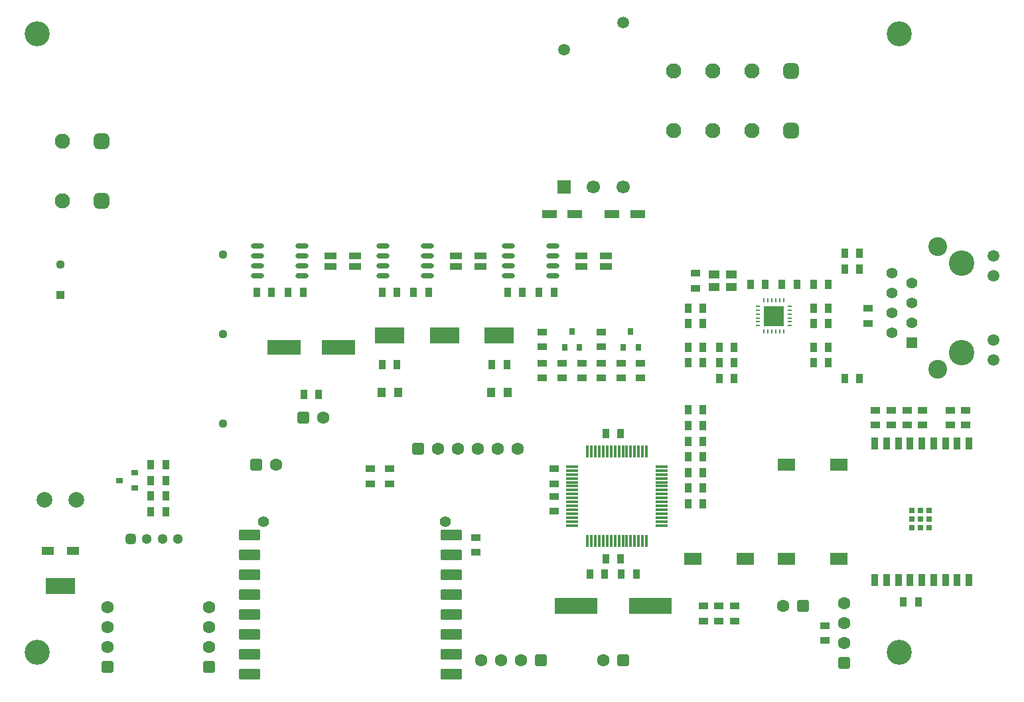
<source format=gbr>
%TF.GenerationSoftware,Altium Limited,Altium Designer,22.7.1 (60)*%
G04 Layer_Color=255*
%FSLAX43Y43*%
%MOMM*%
%TF.SameCoordinates,FE58890B-FB48-4B87-A9EE-914DEB8A6D29*%
%TF.FilePolarity,Positive*%
%TF.FileFunction,Pads,Top*%
%TF.Part,Single*%
G01*
G75*
%TA.AperFunction,SMDPad,CuDef*%
%ADD12R,1.500X0.300*%
%ADD13R,0.300X1.500*%
%TA.AperFunction,BGAPad,CuDef*%
%ADD14R,0.700X0.700*%
%TA.AperFunction,SMDPad,CuDef*%
%ADD15R,0.900X1.500*%
%ADD16R,1.300X0.900*%
%ADD17R,0.900X1.300*%
%TA.AperFunction,ConnectorPad*%
G04:AMPARAMS|DCode=18|XSize=1.3mm|YSize=2.7mm|CornerRadius=0.13mm|HoleSize=0mm|Usage=FLASHONLY|Rotation=270.000|XOffset=0mm|YOffset=0mm|HoleType=Round|Shape=RoundedRectangle|*
%AMROUNDEDRECTD18*
21,1,1.300,2.440,0,0,270.0*
21,1,1.040,2.700,0,0,270.0*
1,1,0.260,-1.220,-0.520*
1,1,0.260,-1.220,0.520*
1,1,0.260,1.220,0.520*
1,1,0.260,1.220,-0.520*
%
%ADD18ROUNDEDRECTD18*%
%TA.AperFunction,SMDPad,CuDef*%
%ADD19R,2.300X1.500*%
%ADD20R,5.500X2.000*%
%ADD21R,0.900X0.800*%
%ADD22R,3.800X2.030*%
%ADD23R,1.100X1.300*%
%ADD24R,4.200X1.900*%
%ADD25R,0.800X0.900*%
%ADD26R,1.500X0.900*%
%ADD27O,1.650X0.650*%
%ADD28R,0.254X0.610*%
%ADD29R,0.610X0.254*%
%ADD30R,2.591X2.591*%
%ADD31R,1.905X1.041*%
%ADD32R,1.400X1.000*%
%ADD33R,1.600X0.991*%
%TA.AperFunction,ComponentPad*%
%ADD40R,1.700X1.700*%
%ADD41C,1.700*%
%ADD42C,1.500*%
%ADD43R,1.408X1.408*%
%ADD44C,1.408*%
%ADD45C,3.250*%
%ADD46C,2.400*%
%ADD47C,1.508*%
%ADD48C,1.400*%
%ADD49C,1.600*%
G04:AMPARAMS|DCode=50|XSize=1.6mm|YSize=1.6mm|CornerRadius=0.4mm|HoleSize=0mm|Usage=FLASHONLY|Rotation=90.000|XOffset=0mm|YOffset=0mm|HoleType=Round|Shape=RoundedRectangle|*
%AMROUNDEDRECTD50*
21,1,1.600,0.800,0,0,90.0*
21,1,0.800,1.600,0,0,90.0*
1,1,0.800,0.400,0.400*
1,1,0.800,0.400,-0.400*
1,1,0.800,-0.400,-0.400*
1,1,0.800,-0.400,0.400*
%
%ADD50ROUNDEDRECTD50*%
G04:AMPARAMS|DCode=51|XSize=1.6mm|YSize=1.6mm|CornerRadius=0.4mm|HoleSize=0mm|Usage=FLASHONLY|Rotation=0.000|XOffset=0mm|YOffset=0mm|HoleType=Round|Shape=RoundedRectangle|*
%AMROUNDEDRECTD51*
21,1,1.600,0.800,0,0,0.0*
21,1,0.800,1.600,0,0,0.0*
1,1,0.800,0.400,-0.400*
1,1,0.800,-0.400,-0.400*
1,1,0.800,-0.400,0.400*
1,1,0.800,0.400,0.400*
%
%ADD51ROUNDEDRECTD51*%
%ADD52C,2.000*%
%ADD53C,1.950*%
G04:AMPARAMS|DCode=54|XSize=1.95mm|YSize=1.95mm|CornerRadius=0.488mm|HoleSize=0mm|Usage=FLASHONLY|Rotation=180.000|XOffset=0mm|YOffset=0mm|HoleType=Round|Shape=RoundedRectangle|*
%AMROUNDEDRECTD54*
21,1,1.950,0.975,0,0,180.0*
21,1,0.975,1.950,0,0,180.0*
1,1,0.975,-0.488,0.488*
1,1,0.975,0.488,0.488*
1,1,0.975,0.488,-0.488*
1,1,0.975,-0.488,-0.488*
%
%ADD54ROUNDEDRECTD54*%
%TA.AperFunction,ViaPad*%
%ADD55C,3.200*%
%TA.AperFunction,ComponentPad*%
%ADD56R,1.110X1.110*%
%ADD57C,1.110*%
%ADD58C,1.300*%
G04:AMPARAMS|DCode=59|XSize=1.3mm|YSize=1.3mm|CornerRadius=0.325mm|HoleSize=0mm|Usage=FLASHONLY|Rotation=180.000|XOffset=0mm|YOffset=0mm|HoleType=Round|Shape=RoundedRectangle|*
%AMROUNDEDRECTD59*
21,1,1.300,0.650,0,0,180.0*
21,1,0.650,1.300,0,0,180.0*
1,1,0.650,-0.325,0.325*
1,1,0.650,0.325,0.325*
1,1,0.650,0.325,-0.325*
1,1,0.650,-0.325,-0.325*
%
%ADD59ROUNDEDRECTD59*%
D12*
X99700Y24750D02*
D03*
Y25250D02*
D03*
Y26250D02*
D03*
Y31750D02*
D03*
Y31250D02*
D03*
Y30750D02*
D03*
Y30250D02*
D03*
Y29750D02*
D03*
Y29250D02*
D03*
Y28750D02*
D03*
Y28250D02*
D03*
Y27750D02*
D03*
Y27250D02*
D03*
Y26750D02*
D03*
Y25750D02*
D03*
Y24250D02*
D03*
X88300D02*
D03*
Y24750D02*
D03*
Y25250D02*
D03*
Y25750D02*
D03*
Y26250D02*
D03*
Y26750D02*
D03*
Y27250D02*
D03*
Y27750D02*
D03*
Y28250D02*
D03*
Y28750D02*
D03*
Y29250D02*
D03*
Y30250D02*
D03*
Y30750D02*
D03*
Y31250D02*
D03*
Y31750D02*
D03*
Y29750D02*
D03*
D13*
X97750Y22300D02*
D03*
X97250D02*
D03*
X96750D02*
D03*
X96250D02*
D03*
X95750D02*
D03*
X95250D02*
D03*
X94750D02*
D03*
X94250D02*
D03*
X93750D02*
D03*
X93250D02*
D03*
X92750D02*
D03*
X92250D02*
D03*
X91750D02*
D03*
X91250D02*
D03*
X90750D02*
D03*
X90250D02*
D03*
Y33700D02*
D03*
X90750D02*
D03*
X93250D02*
D03*
X93750D02*
D03*
X94750D02*
D03*
X96750D02*
D03*
X97250D02*
D03*
X97750D02*
D03*
X96250D02*
D03*
X92250D02*
D03*
X91750D02*
D03*
X91250D02*
D03*
X92750D02*
D03*
X94250D02*
D03*
X95250D02*
D03*
X95750D02*
D03*
D14*
X131600Y23940D02*
D03*
Y25040D02*
D03*
Y26140D02*
D03*
X132700D02*
D03*
X133800D02*
D03*
Y25040D02*
D03*
Y23940D02*
D03*
X132700D02*
D03*
Y25040D02*
D03*
D15*
X138900Y17250D02*
D03*
X137400D02*
D03*
X135900D02*
D03*
X134400D02*
D03*
X132900D02*
D03*
X131400D02*
D03*
X129900D02*
D03*
X128400D02*
D03*
X126900D02*
D03*
Y34750D02*
D03*
X128400D02*
D03*
X129900D02*
D03*
X131400D02*
D03*
X132900D02*
D03*
X134400D02*
D03*
X135900D02*
D03*
X137400D02*
D03*
X138900D02*
D03*
D16*
X138500Y37050D02*
D03*
Y38950D02*
D03*
X131000Y37050D02*
D03*
Y38950D02*
D03*
X136500D02*
D03*
Y37050D02*
D03*
X127000Y38950D02*
D03*
Y37050D02*
D03*
X109000Y12050D02*
D03*
Y13950D02*
D03*
X107000Y13950D02*
D03*
Y12050D02*
D03*
X105000Y13950D02*
D03*
Y12050D02*
D03*
X84500Y48950D02*
D03*
Y47050D02*
D03*
X92000D02*
D03*
Y48950D02*
D03*
X87000Y44950D02*
D03*
Y43050D02*
D03*
X94500Y44950D02*
D03*
Y43050D02*
D03*
X84500D02*
D03*
Y44950D02*
D03*
X89500D02*
D03*
Y43050D02*
D03*
X97000D02*
D03*
Y44950D02*
D03*
X92000D02*
D03*
Y43050D02*
D03*
X62500Y29550D02*
D03*
Y31450D02*
D03*
X65000Y29550D02*
D03*
Y31450D02*
D03*
X129000Y37050D02*
D03*
Y38950D02*
D03*
X86000Y31450D02*
D03*
Y29550D02*
D03*
X120500Y9550D02*
D03*
Y11450D02*
D03*
X133000Y38950D02*
D03*
Y37050D02*
D03*
X104000Y56450D02*
D03*
Y54550D02*
D03*
X126000Y50050D02*
D03*
Y51950D02*
D03*
X86000Y27950D02*
D03*
Y26050D02*
D03*
X76017Y22719D02*
D03*
Y20819D02*
D03*
D17*
X49950Y54000D02*
D03*
X48050D02*
D03*
X36450Y30000D02*
D03*
X34550D02*
D03*
Y28000D02*
D03*
X36450D02*
D03*
X79950Y44750D02*
D03*
X78050D02*
D03*
X65950D02*
D03*
X64050D02*
D03*
X54050Y41000D02*
D03*
X55950D02*
D03*
X124950Y43000D02*
D03*
X123050D02*
D03*
X103050Y47000D02*
D03*
X104950D02*
D03*
X120950Y55000D02*
D03*
X119050D02*
D03*
X119050Y52000D02*
D03*
X120950D02*
D03*
Y50000D02*
D03*
X119050D02*
D03*
X108950Y43000D02*
D03*
X107050D02*
D03*
X119050Y47000D02*
D03*
X120950D02*
D03*
X103050Y39000D02*
D03*
X104950D02*
D03*
X120950Y45000D02*
D03*
X119050D02*
D03*
X104950Y52000D02*
D03*
X103050D02*
D03*
X108950Y47000D02*
D03*
X107050D02*
D03*
Y45000D02*
D03*
X108950D02*
D03*
X103050Y37000D02*
D03*
X104950D02*
D03*
X103050Y45000D02*
D03*
X104950D02*
D03*
X103050Y50000D02*
D03*
X104950D02*
D03*
Y35000D02*
D03*
X103050D02*
D03*
X123050Y59000D02*
D03*
X124950D02*
D03*
X103050Y33000D02*
D03*
X104950D02*
D03*
X115050Y55000D02*
D03*
X116950D02*
D03*
X123050Y57000D02*
D03*
X124950D02*
D03*
X112950Y55000D02*
D03*
X111050D02*
D03*
X104950Y31000D02*
D03*
X103050D02*
D03*
X130550Y14500D02*
D03*
X132450D02*
D03*
X36450Y32000D02*
D03*
X34550D02*
D03*
X84050Y54000D02*
D03*
X85950D02*
D03*
X69950D02*
D03*
X68050D02*
D03*
X52050D02*
D03*
X53950D02*
D03*
X92550Y36000D02*
D03*
X94450D02*
D03*
X64050Y54000D02*
D03*
X65950D02*
D03*
X80050D02*
D03*
X81950D02*
D03*
X94550Y18000D02*
D03*
X96450D02*
D03*
X90550D02*
D03*
X92450D02*
D03*
X103050Y27000D02*
D03*
X104950D02*
D03*
X94450Y20000D02*
D03*
X92550D02*
D03*
X104950Y29000D02*
D03*
X103050D02*
D03*
X36450Y26000D02*
D03*
X34550D02*
D03*
D18*
X47120Y23052D02*
D03*
Y20512D02*
D03*
Y17972D02*
D03*
Y15432D02*
D03*
Y12892D02*
D03*
Y10352D02*
D03*
Y7812D02*
D03*
Y5272D02*
D03*
X72880Y23052D02*
D03*
Y7812D02*
D03*
Y12892D02*
D03*
Y17972D02*
D03*
Y5272D02*
D03*
Y15432D02*
D03*
Y10352D02*
D03*
Y20512D02*
D03*
D19*
X115650Y32000D02*
D03*
X122350D02*
D03*
Y20000D02*
D03*
X115650D02*
D03*
X103650D02*
D03*
X110350D02*
D03*
D20*
X88750Y14000D02*
D03*
X98250D02*
D03*
D21*
X32500Y29050D02*
D03*
Y30950D02*
D03*
X30500Y30000D02*
D03*
D22*
X79000Y48500D02*
D03*
X72000D02*
D03*
X65000D02*
D03*
X23000Y16500D02*
D03*
D23*
X80050Y41250D02*
D03*
X77950D02*
D03*
X63950D02*
D03*
X66050D02*
D03*
D24*
X51500Y47000D02*
D03*
X58500D02*
D03*
D25*
X95750Y49000D02*
D03*
X96700Y47000D02*
D03*
X94800D02*
D03*
X87300D02*
D03*
X89200D02*
D03*
X88250Y49000D02*
D03*
D26*
X92550Y58700D02*
D03*
Y57300D02*
D03*
X89450Y58700D02*
D03*
Y57300D02*
D03*
X57450D02*
D03*
Y58700D02*
D03*
X60550Y57300D02*
D03*
Y58700D02*
D03*
X76550D02*
D03*
Y57300D02*
D03*
X73450Y58700D02*
D03*
Y57300D02*
D03*
D27*
X53825Y56095D02*
D03*
Y57365D02*
D03*
Y58635D02*
D03*
Y59905D02*
D03*
X48175D02*
D03*
Y58635D02*
D03*
Y57365D02*
D03*
Y56095D02*
D03*
X69825D02*
D03*
Y57365D02*
D03*
Y58635D02*
D03*
Y59905D02*
D03*
X64175D02*
D03*
Y58635D02*
D03*
Y57365D02*
D03*
Y56095D02*
D03*
X85825Y56095D02*
D03*
Y57365D02*
D03*
Y58635D02*
D03*
Y59905D02*
D03*
X80175Y56095D02*
D03*
Y58635D02*
D03*
Y59905D02*
D03*
Y57365D02*
D03*
D28*
X114250Y53007D02*
D03*
X114750D02*
D03*
X113750D02*
D03*
X115250D02*
D03*
X113250D02*
D03*
X112750D02*
D03*
Y48993D02*
D03*
X113250D02*
D03*
X113750D02*
D03*
X114250D02*
D03*
X114750D02*
D03*
X115250D02*
D03*
D29*
X111993Y51250D02*
D03*
X116007Y49750D02*
D03*
Y50250D02*
D03*
Y50750D02*
D03*
Y51250D02*
D03*
Y52250D02*
D03*
Y51750D02*
D03*
X111993Y52250D02*
D03*
Y50750D02*
D03*
Y50250D02*
D03*
Y49750D02*
D03*
Y51750D02*
D03*
D30*
X114000Y51000D02*
D03*
D31*
X96631Y64000D02*
D03*
X93369D02*
D03*
X85369D02*
D03*
X88631D02*
D03*
D32*
X106400Y56300D02*
D03*
X108600D02*
D03*
Y54700D02*
D03*
X106400D02*
D03*
D33*
X21420Y21000D02*
D03*
X24580D02*
D03*
D40*
X87250Y67500D02*
D03*
D41*
X91000D02*
D03*
X94750D02*
D03*
D42*
Y88500D02*
D03*
X87250Y85000D02*
D03*
D43*
X131650Y47555D02*
D03*
D44*
X129110Y48825D02*
D03*
X131650Y50095D02*
D03*
X129110Y51365D02*
D03*
X131650Y52635D02*
D03*
X129110Y53905D02*
D03*
X131650Y55175D02*
D03*
X129110Y56445D02*
D03*
D45*
X138000Y46285D02*
D03*
Y57715D02*
D03*
D46*
X134950Y59815D02*
D03*
Y44185D02*
D03*
D47*
X142060Y45370D02*
D03*
Y58630D02*
D03*
Y47910D02*
D03*
Y56090D02*
D03*
D48*
X72094Y24703D02*
D03*
X48894D02*
D03*
D49*
X123000Y9230D02*
D03*
Y11770D02*
D03*
Y14310D02*
D03*
X56540Y38000D02*
D03*
X50520Y32000D02*
D03*
X42000Y8730D02*
D03*
Y11270D02*
D03*
Y13810D02*
D03*
X115230Y14000D02*
D03*
X76270Y34000D02*
D03*
X71190D02*
D03*
X73730D02*
D03*
X78810D02*
D03*
X81350D02*
D03*
X29000Y8730D02*
D03*
Y11270D02*
D03*
Y13810D02*
D03*
X92230Y7000D02*
D03*
X81770D02*
D03*
X79230D02*
D03*
X76690D02*
D03*
D50*
X123000Y6690D02*
D03*
X42000Y6190D02*
D03*
X29000D02*
D03*
D51*
X54000Y38000D02*
D03*
X47980Y32000D02*
D03*
X117770Y14000D02*
D03*
X68650Y34000D02*
D03*
X94770Y7000D02*
D03*
X84310D02*
D03*
D52*
X25000Y27500D02*
D03*
X21000D02*
D03*
D53*
X106230Y74680D02*
D03*
X111230Y82300D02*
D03*
Y74680D02*
D03*
X106230Y82300D02*
D03*
X101230D02*
D03*
Y74680D02*
D03*
X23230Y73300D02*
D03*
Y65680D02*
D03*
D54*
X116230Y82300D02*
D03*
Y74680D02*
D03*
X28230Y73300D02*
D03*
Y65680D02*
D03*
D55*
X130000Y87000D02*
D03*
X20000D02*
D03*
X130000Y8000D02*
D03*
X20000D02*
D03*
D56*
X23000Y53670D02*
D03*
D57*
Y57570D02*
D03*
X43760Y58860D02*
D03*
Y48700D02*
D03*
Y37270D02*
D03*
D58*
X38000Y22500D02*
D03*
X36000D02*
D03*
X34000D02*
D03*
D59*
X32000D02*
D03*
%TF.MD5,2f5d3afe4890889c170a9627d24ad356*%
M02*

</source>
